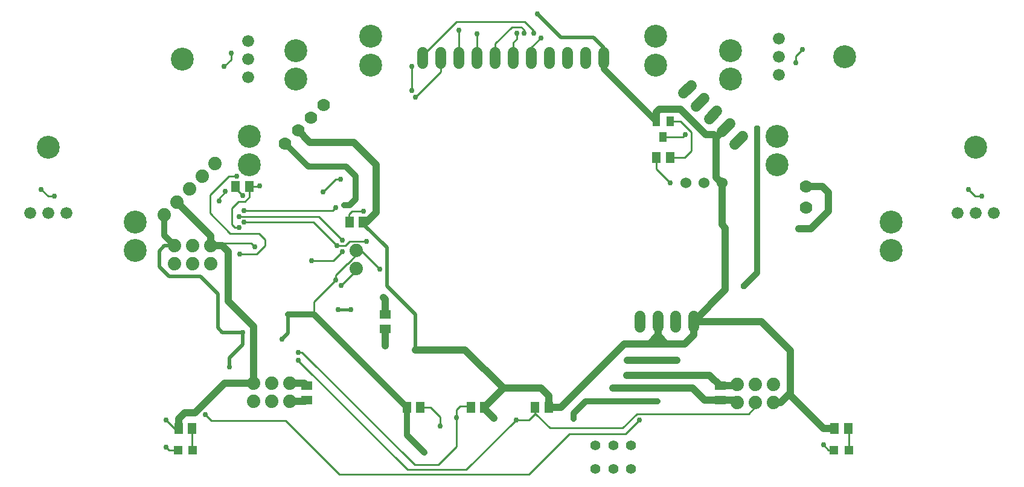
<source format=gbr>
G04 EAGLE Gerber RS-274X export*
G75*
%MOMM*%
%FSLAX34Y34*%
%LPD*%
%INBottom Copper*%
%IPPOS*%
%AMOC8*
5,1,8,0,0,1.08239X$1,22.5*%
G01*
%ADD10R,1.300000X1.500000*%
%ADD11R,1.600000X1.300000*%
%ADD12C,1.524000*%
%ADD13C,1.422400*%
%ADD14C,1.778000*%
%ADD15C,1.879600*%
%ADD16C,1.524000*%
%ADD17R,1.200000X1.200000*%
%ADD18C,3.216000*%
%ADD19R,1.300000X1.600000*%
%ADD20R,1.000000X1.400000*%
%ADD21C,1.676400*%
%ADD22C,1.016000*%
%ADD23C,0.756400*%
%ADD24C,0.508000*%
%ADD25C,0.956400*%
%ADD26C,0.812800*%
%ADD27C,0.254000*%
%ADD28C,1.006400*%
%ADD29C,0.406400*%


D10*
X-130500Y-270000D03*
X-149500Y-270000D03*
D11*
X-180000Y-160000D03*
X-180000Y-140000D03*
D12*
X202700Y-142380D02*
X202700Y-157620D01*
X177300Y-157620D02*
X177300Y-142380D01*
D13*
X140000Y-356500D03*
X140000Y-323500D03*
X115000Y-356500D03*
X165000Y-356500D03*
X165000Y-323500D03*
X115000Y-323500D03*
D10*
X-210700Y-10701D03*
X-229700Y-10701D03*
D14*
X-320000Y100000D03*
X-302039Y117961D03*
X-284079Y135921D03*
X-266118Y153882D03*
D12*
X310533Y98691D02*
X321309Y109467D01*
X303349Y127428D02*
X292572Y116651D01*
X274612Y134612D02*
X285388Y145388D01*
X267428Y163349D02*
X256651Y152572D01*
X238691Y170533D02*
X249467Y181309D01*
D15*
X-475400Y-69050D03*
X-475400Y-43650D03*
X-450000Y-69050D03*
X-450000Y-43650D03*
X-424600Y-69050D03*
X-424600Y-43650D03*
D12*
X252700Y-142380D02*
X252700Y-157620D01*
X227300Y-157620D02*
X227300Y-142380D01*
X127000Y212380D02*
X127000Y227620D01*
X101600Y227620D02*
X101600Y212380D01*
X76200Y212380D02*
X76200Y227620D01*
X50800Y227620D02*
X50800Y212380D01*
X25400Y212380D02*
X25400Y227620D01*
X0Y227620D02*
X0Y212380D01*
X-25400Y212380D02*
X-25400Y227620D01*
X-50800Y227620D02*
X-50800Y212380D01*
X-76200Y212380D02*
X-76200Y227620D01*
X-101600Y227620D02*
X-101600Y212380D01*
X-127000Y212380D02*
X-127000Y227620D01*
D10*
X-40500Y-270000D03*
X-59500Y-270000D03*
X49500Y-270000D03*
X30500Y-270000D03*
D16*
X241671Y44645D03*
X267071Y44645D03*
X292471Y44645D03*
D14*
X410000Y10000D03*
X410000Y40000D03*
D17*
X470500Y-330000D03*
X449500Y-330000D03*
X-449500Y-330000D03*
X-470500Y-330000D03*
D10*
X450400Y-300000D03*
X469400Y-300000D03*
X-469400Y-300000D03*
X-450400Y-300000D03*
D18*
X-305000Y190000D03*
X305000Y230000D03*
X530000Y-10000D03*
X-530000Y-10000D03*
X-370000Y110000D03*
D10*
X219500Y80000D03*
X200500Y80000D03*
D19*
X-370000Y40000D03*
X-390000Y40000D03*
D11*
X-290000Y-260000D03*
X-290000Y-240000D03*
X290000Y-240000D03*
X290000Y-260000D03*
D18*
X-530000Y-50000D03*
X530000Y-50000D03*
X-305000Y230000D03*
X305000Y190000D03*
X370000Y110000D03*
D20*
X210000Y109000D03*
X219500Y131000D03*
X200500Y131000D03*
D15*
X-220000Y-50000D03*
X-220000Y-75400D03*
D18*
X-200000Y250000D03*
X-200000Y210000D03*
X200000Y210000D03*
X200000Y250000D03*
X-370000Y70000D03*
X370000Y70000D03*
D15*
X-490000Y0D03*
X-472039Y17961D03*
X-454079Y35921D03*
X-436118Y53882D03*
X-418158Y71842D03*
X-364000Y-262000D03*
X-364000Y-236600D03*
X-338600Y-262000D03*
X-338600Y-236600D03*
X-313200Y-262000D03*
X-313200Y-236600D03*
X365000Y-238000D03*
X365000Y-263400D03*
X339600Y-238000D03*
X339600Y-263400D03*
X314200Y-238000D03*
X314200Y-263400D03*
D21*
X-626500Y2000D03*
X-651900Y2000D03*
X-677300Y2000D03*
D18*
X-651900Y94600D03*
D21*
X673500Y2000D03*
X648100Y2000D03*
X622700Y2000D03*
D18*
X648100Y94600D03*
D21*
X-372000Y243500D03*
X-372000Y218100D03*
X-372000Y192700D03*
D18*
X-464600Y218100D03*
D21*
X372000Y196500D03*
X372000Y221900D03*
X372000Y247300D03*
D18*
X464600Y221900D03*
D22*
X202700Y-150000D02*
X202700Y-169680D01*
X214122Y-181102D01*
X240284Y-181102D01*
X252700Y-168686D01*
X252700Y-150000D01*
D23*
X33274Y281686D03*
D24*
X66548Y248412D01*
X112522Y248412D01*
X127000Y233934D01*
X127000Y220000D01*
D25*
X400558Y-19558D03*
D22*
X416814Y-19558D01*
X441452Y5080D01*
X441452Y31496D01*
X432948Y40000D02*
X410000Y40000D01*
X432948Y40000D02*
X441452Y31496D01*
X297961Y122039D02*
X284480Y108559D01*
X284480Y52636D02*
X292471Y44645D01*
X284480Y52636D02*
X284480Y108559D01*
X292471Y44645D02*
X292471Y-14087D01*
X297180Y-18796D01*
D25*
X297180Y-18796D03*
D22*
X297180Y-105520D02*
X252700Y-150000D01*
X297180Y-105520D02*
X297180Y-18796D01*
X365000Y-263400D02*
X375156Y-263400D01*
X386866Y-251690D01*
X388366Y-250190D01*
X347866Y-150000D02*
X252700Y-150000D01*
X388366Y-190500D02*
X388366Y-250190D01*
X388366Y-190500D02*
X347866Y-150000D01*
D26*
X200500Y131000D02*
X127000Y204500D01*
X127000Y220000D01*
D22*
X66550Y-270000D02*
X49500Y-270000D01*
X155448Y-181102D02*
X191008Y-181102D01*
X214122Y-181102D01*
X155448Y-181102D02*
X66550Y-270000D01*
X202430Y-169680D02*
X202700Y-169680D01*
X202430Y-169680D02*
X191008Y-181102D01*
X-14086Y-243586D02*
X-40500Y-270000D01*
X49500Y-270000D02*
X49500Y-253970D01*
X39116Y-243586D02*
X-14086Y-243586D01*
X39116Y-243586D02*
X49500Y-253970D01*
X-180000Y-184064D02*
X-180000Y-160000D01*
X-180000Y-184064D02*
X-180086Y-184150D01*
D25*
X-180086Y-184150D03*
X-137414Y-189992D03*
D22*
X-67680Y-189992D01*
X-14086Y-243586D01*
D23*
X-27178Y-285496D03*
D22*
X-40500Y-272174D01*
X-40500Y-270000D01*
D23*
X-487172Y-288290D03*
D27*
X-475462Y-300000D01*
X-469400Y-300000D01*
D25*
X-374142Y-146812D03*
D22*
X-364000Y-156954D02*
X-364000Y-236600D01*
X-364000Y-156954D02*
X-374142Y-146812D01*
X-469400Y-286266D02*
X-469400Y-300000D01*
X-469400Y-286266D02*
X-461010Y-277876D01*
X-446024Y-277876D01*
X-404748Y-236600D01*
X-364000Y-236600D01*
X-424600Y-29479D02*
X-472039Y17961D01*
X-424600Y-29479D02*
X-424600Y-43650D01*
X-407962Y-43650D01*
X-399796Y-51816D01*
X-399796Y-121158D01*
X-374142Y-146812D01*
D23*
X-362712Y-45212D03*
D27*
X-368084Y-39840D01*
X-420790Y-39840D01*
X-424600Y-43650D01*
D22*
X-210700Y-10701D02*
X-206027Y-10701D01*
X-192278Y3048D02*
X-192278Y50038D01*
D25*
X-192278Y50038D03*
D22*
X-192278Y3048D02*
X-206027Y-10701D01*
X-285679Y101600D02*
X-302039Y117961D01*
X-285679Y101600D02*
X-223774Y101600D01*
X-192278Y70104D01*
X-192278Y50038D01*
X280517Y112522D02*
X284480Y108559D01*
X270256Y112522D02*
X234696Y148082D01*
X204470Y148082D01*
X200500Y144112D02*
X200500Y131000D01*
X270256Y112522D02*
X280517Y112522D01*
X204470Y148082D02*
X200500Y144112D01*
X435176Y-300000D02*
X450400Y-300000D01*
X435176Y-300000D02*
X386866Y-251690D01*
D25*
X435176Y-300000D03*
D24*
X-210700Y-12987D02*
X-210700Y-10701D01*
X-210700Y-12987D02*
X-177546Y-46141D01*
X-177546Y-99822D01*
X-137414Y-139954D02*
X-137414Y-189992D01*
X-137414Y-139954D02*
X-177546Y-99822D01*
D23*
X-248920Y-91440D03*
D27*
X-248920Y-85090D01*
X-232636Y-68806D01*
X-232226Y-68806D01*
X-228374Y-64954D01*
X-228374Y-64544D01*
X-220000Y-56170D02*
X-220000Y-50000D01*
X-220000Y-56170D02*
X-228374Y-64544D01*
D23*
X201930Y-261874D03*
D26*
X101092Y-261874D01*
X84582Y-278384D02*
X84582Y-286512D01*
X84582Y-278384D02*
X101092Y-261874D01*
D23*
X84582Y-286512D03*
X-124714Y-333756D03*
D26*
X-149500Y-308970D01*
X-149500Y-270000D01*
X-279500Y-140000D01*
X-316230Y-140000D01*
D23*
X-316230Y-140000D03*
D26*
X-475400Y-43650D02*
X-490000Y-29050D01*
X-490000Y0D01*
D24*
X-489166Y-43650D02*
X-475400Y-43650D01*
X-489166Y-43650D02*
X-496570Y-51054D01*
X-496570Y-72898D01*
X-414528Y-111252D02*
X-414528Y-158496D01*
X-407924Y-165100D01*
X-379476Y-165100D01*
D23*
X-379476Y-165100D03*
X-324866Y-175006D03*
D24*
X-316230Y-166370D01*
X-316230Y-140000D01*
X-482854Y-86614D02*
X-496570Y-72898D01*
X-482854Y-86614D02*
X-439166Y-86614D01*
X-414528Y-111252D01*
D23*
X-397764Y-213868D03*
D24*
X-397764Y-200660D01*
X-379476Y-182372D02*
X-379476Y-165100D01*
X-379476Y-182372D02*
X-397764Y-200660D01*
D27*
X-279500Y-122020D02*
X-248920Y-91440D01*
X-279500Y-122020D02*
X-279500Y-140000D01*
X-220000Y-50000D02*
X-213652Y-50000D01*
X-187452Y-76200D01*
D23*
X-187452Y-76200D03*
D26*
X-287564Y67564D02*
X-320000Y100000D01*
X-234696Y67564D02*
X-221234Y54102D01*
X-221234Y21590D01*
X-229362Y13462D02*
X-237642Y13462D01*
D23*
X-237642Y13462D03*
D26*
X-234696Y67564D02*
X-287564Y67564D01*
X-229362Y13462D02*
X-221234Y21590D01*
D23*
X-266700Y31750D03*
D27*
X-248920Y49530D01*
X-242570Y49530D01*
D23*
X-242570Y49530D03*
D27*
X-356240Y40000D02*
X-370000Y40000D01*
X-356240Y40000D02*
X-355600Y40640D01*
D23*
X-355600Y40640D03*
X-384556Y-18288D03*
D27*
X-390144Y-18288D01*
X-394716Y-13716D01*
X-394716Y9144D01*
X-385064Y18796D01*
X-376428Y18796D01*
X-370000Y25224D01*
X-370000Y40000D01*
D23*
X-102616Y-296672D03*
D27*
X-102616Y-283464D01*
X-116080Y-270000D02*
X-130500Y-270000D01*
X-116080Y-270000D02*
X-102616Y-283464D01*
D23*
X38354Y248158D03*
D27*
X25400Y235204D01*
X25400Y220000D01*
D23*
X4826Y254734D03*
D27*
X4826Y246634D01*
X-508Y241300D01*
X-508Y220508D01*
X0Y220000D01*
D23*
X14732Y255016D03*
D27*
X14732Y259588D01*
X-25400Y240284D02*
X-25400Y220000D01*
X14732Y259588D02*
X10922Y263398D01*
X-2286Y263398D01*
X-25400Y240284D01*
D23*
X-50800Y254000D03*
D27*
X-50800Y220000D01*
D23*
X-76200Y259080D03*
D27*
X-76200Y220000D01*
D23*
X-137160Y165100D03*
D27*
X-101600Y200660D01*
X-101600Y220000D01*
D23*
X-142240Y173990D03*
D27*
X-142240Y208280D01*
D23*
X-142240Y208280D03*
D27*
X-127000Y220000D02*
X-127000Y223266D01*
X-79756Y270510D01*
X15954Y270510D01*
X28448Y258016D02*
X28448Y255016D01*
X28448Y258016D02*
X15954Y270510D01*
D23*
X28448Y255016D03*
X-412750Y19050D03*
D27*
X-412750Y22860D02*
X-403860Y31750D01*
X-412750Y22860D02*
X-412750Y19050D01*
X-403860Y31750D02*
X-403860Y33020D01*
D23*
X-403860Y33020D03*
X4064Y-287782D03*
D27*
X22098Y-287782D01*
X30500Y-279380D01*
X30500Y-270000D01*
X4064Y-287782D02*
X-66040Y-357886D01*
X-148082Y-357886D02*
X-301244Y-204724D01*
X-301244Y-204470D01*
D23*
X-301244Y-204470D03*
D27*
X-148082Y-357886D02*
X-66040Y-357886D01*
X30500Y-279380D02*
X31222Y-279380D01*
X51308Y-299466D01*
X153162Y-299466D01*
X339600Y-269746D02*
X339600Y-263400D01*
X173228Y-279400D02*
X153162Y-299466D01*
X173228Y-279400D02*
X329946Y-279400D01*
X339600Y-269746D01*
D23*
X-79756Y-284480D03*
D27*
X-79756Y-274066D01*
X-74422Y-268732D01*
X-60768Y-268732D01*
X-59500Y-270000D01*
X-79756Y-284480D02*
X-79756Y-325628D01*
X-105156Y-351028D01*
X-138430Y-351028D01*
X-296164Y-193294D02*
X-301498Y-193294D01*
D23*
X-301498Y-193294D03*
D27*
X-296164Y-193294D02*
X-138430Y-351028D01*
D23*
X-383656Y-55372D03*
D27*
X-359918Y-55372D01*
X-348234Y-43688D01*
X-348234Y-34544D01*
X-356362Y-26416D02*
X-397002Y-26416D01*
X-425450Y2032D01*
X-356362Y-26416D02*
X-348234Y-34544D01*
X-387858Y54102D02*
X-399288Y54102D01*
D23*
X-387858Y54102D03*
D27*
X-425450Y27940D02*
X-425450Y2032D01*
X-425450Y27940D02*
X-399288Y54102D01*
D23*
X-239522Y-51562D03*
D27*
X-252730Y-64770D01*
X-283210Y-64770D01*
D23*
X-283210Y-64770D03*
X-247650Y-43688D03*
D27*
X-280670Y-10668D01*
X-377444Y-10668D01*
D23*
X-377444Y-10668D03*
X-205740Y-37338D03*
D27*
X-229622Y-37808D02*
X-235502Y-43688D01*
X-247650Y-43688D01*
X-206210Y-37808D02*
X-205740Y-37338D01*
X-206210Y-37808D02*
X-229622Y-37808D01*
D23*
X-240030Y-35814D03*
D27*
X-272796Y-3048D01*
X-384302Y-3048D01*
D23*
X-384302Y-3048D03*
D27*
X200500Y64422D02*
X200500Y80000D01*
X200500Y64422D02*
X219964Y44958D01*
D23*
X219964Y44958D03*
X-249298Y10160D03*
D27*
X-253588Y5870D01*
X-377952Y5870D01*
D23*
X-377952Y5870D03*
D27*
X-470500Y-330000D02*
X-482546Y-330000D01*
X-486664Y-325882D01*
D23*
X-486664Y-325882D03*
X434848Y-323088D03*
D27*
X441760Y-330000D01*
X449500Y-330000D01*
D23*
X176784Y-288290D03*
D27*
X157226Y-307848D01*
X78486Y-307848D01*
X-423926Y-288544D02*
X-431800Y-280670D01*
D23*
X-431800Y-280670D03*
D27*
X21844Y-364490D02*
X78486Y-307848D01*
X21844Y-364490D02*
X-243840Y-364490D01*
X-319786Y-288544D01*
X-423926Y-288544D01*
D28*
X229108Y-204216D03*
D22*
X160020Y-204216D01*
D28*
X160020Y-204216D03*
D25*
X341630Y121158D03*
D26*
X341630Y-81458D01*
X323088Y-100000D01*
D25*
X323088Y-100000D03*
D23*
X-246126Y-133096D03*
D29*
X-227838Y-133096D01*
X-227584Y-133350D01*
D23*
X-227584Y-133350D03*
D22*
X-180000Y-140000D02*
X-180000Y-118704D01*
X-182372Y-116332D01*
D25*
X-182372Y-116332D03*
D23*
X-210058Y4572D03*
D27*
X-226314Y4572D01*
X-230632Y254D01*
X-230632Y-9769D01*
X-229700Y-10701D01*
D22*
X-293400Y-236600D02*
X-313200Y-236600D01*
X-293400Y-236600D02*
X-290000Y-240000D01*
X-292000Y-262000D02*
X-313200Y-262000D01*
X-292000Y-262000D02*
X-290000Y-260000D01*
D28*
X139446Y-243586D03*
D22*
X251460Y-243586D01*
X267970Y-260096D01*
X289904Y-260096D01*
X290000Y-260000D01*
X310800Y-260000D01*
X314200Y-263400D01*
D28*
X158750Y-225298D03*
D22*
X275298Y-225298D01*
X290000Y-240000D01*
X312200Y-240000D01*
X314200Y-238000D01*
D27*
X469400Y-300000D02*
X470500Y-301100D01*
X470500Y-330000D01*
X-450400Y-329100D02*
X-450400Y-300000D01*
X-450400Y-329100D02*
X-449500Y-330000D01*
X219500Y131000D02*
X234232Y131000D01*
X249174Y116058D01*
X249174Y89154D01*
X240020Y80000D01*
X219500Y80000D01*
D23*
X-379730Y26670D03*
D27*
X-390000Y36940D01*
X-390000Y40000D01*
X210000Y109000D02*
X237524Y109000D01*
X240792Y112268D01*
D23*
X240792Y112268D03*
X-241429Y-99341D03*
D27*
X-220000Y-77912D01*
X-220000Y-75400D01*
D23*
X-643543Y25992D03*
X-661933Y35669D03*
D27*
X-652256Y25992D01*
X-643543Y25992D01*
D23*
X656457Y25992D03*
X638067Y35669D03*
D27*
X647744Y25992D01*
X656457Y25992D01*
D23*
X-395992Y226457D03*
X-405669Y208067D03*
D27*
X-395992Y217744D01*
X-395992Y226457D01*
D23*
X395992Y213543D03*
X405669Y231933D03*
D27*
X395992Y222256D01*
X395992Y213543D01*
M02*

</source>
